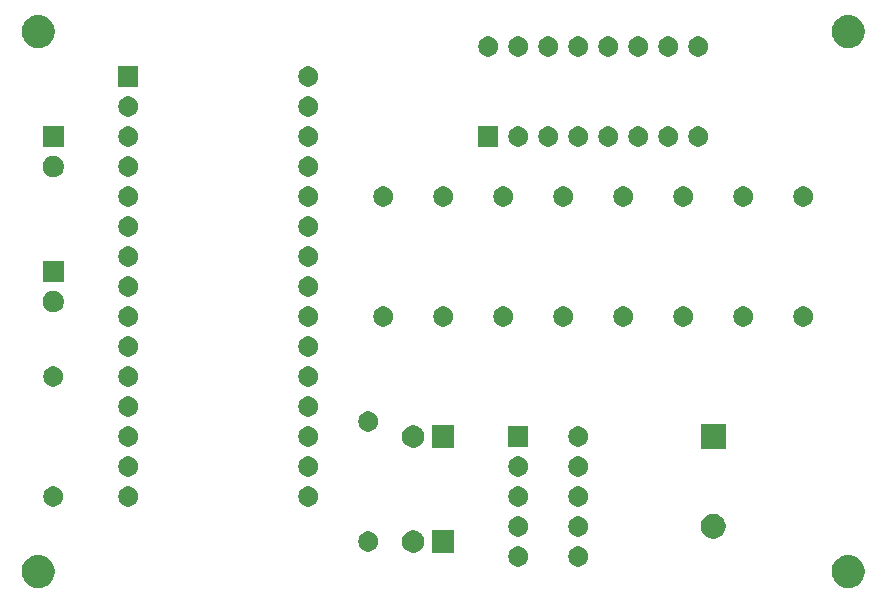
<source format=gbr>
G04 #@! TF.GenerationSoftware,KiCad,Pcbnew,(5.1.5)-3*
G04 #@! TF.CreationDate,2020-04-04T21:06:30+02:00*
G04 #@! TF.ProjectId,BuzzDuino,42757a7a-4475-4696-9e6f-2e6b69636164,rev?*
G04 #@! TF.SameCoordinates,Original*
G04 #@! TF.FileFunction,Soldermask,Top*
G04 #@! TF.FilePolarity,Negative*
%FSLAX46Y46*%
G04 Gerber Fmt 4.6, Leading zero omitted, Abs format (unit mm)*
G04 Created by KiCad (PCBNEW (5.1.5)-3) date 2020-04-04 21:06:30*
%MOMM*%
%LPD*%
G04 APERTURE LIST*
%ADD10C,0.100000*%
G04 APERTURE END LIST*
D10*
G36*
X169228433Y-120554893D02*
G01*
X169318657Y-120572839D01*
X169424267Y-120616585D01*
X169573621Y-120678449D01*
X169573622Y-120678450D01*
X169803086Y-120831772D01*
X169998228Y-121026914D01*
X170100675Y-121180237D01*
X170151551Y-121256379D01*
X170174182Y-121311015D01*
X170252877Y-121501000D01*
X170257161Y-121511344D01*
X170311000Y-121782012D01*
X170311000Y-122057988D01*
X170257161Y-122328656D01*
X170151551Y-122583621D01*
X170151550Y-122583622D01*
X169998228Y-122813086D01*
X169803086Y-123008228D01*
X169649763Y-123110675D01*
X169573621Y-123161551D01*
X169424267Y-123223415D01*
X169318657Y-123267161D01*
X169228433Y-123285107D01*
X169047988Y-123321000D01*
X168772012Y-123321000D01*
X168591567Y-123285107D01*
X168501343Y-123267161D01*
X168395733Y-123223415D01*
X168246379Y-123161551D01*
X168170237Y-123110675D01*
X168016914Y-123008228D01*
X167821772Y-122813086D01*
X167668450Y-122583622D01*
X167668449Y-122583621D01*
X167562839Y-122328656D01*
X167509000Y-122057988D01*
X167509000Y-121782012D01*
X167562839Y-121511344D01*
X167567124Y-121501000D01*
X167645818Y-121311015D01*
X167668449Y-121256379D01*
X167719325Y-121180237D01*
X167821772Y-121026914D01*
X168016914Y-120831772D01*
X168246378Y-120678450D01*
X168246379Y-120678449D01*
X168395733Y-120616585D01*
X168501343Y-120572839D01*
X168591567Y-120554893D01*
X168772012Y-120519000D01*
X169047988Y-120519000D01*
X169228433Y-120554893D01*
G37*
G36*
X100648433Y-120554893D02*
G01*
X100738657Y-120572839D01*
X100844267Y-120616585D01*
X100993621Y-120678449D01*
X100993622Y-120678450D01*
X101223086Y-120831772D01*
X101418228Y-121026914D01*
X101520675Y-121180237D01*
X101571551Y-121256379D01*
X101594182Y-121311015D01*
X101672877Y-121501000D01*
X101677161Y-121511344D01*
X101731000Y-121782012D01*
X101731000Y-122057988D01*
X101677161Y-122328656D01*
X101571551Y-122583621D01*
X101571550Y-122583622D01*
X101418228Y-122813086D01*
X101223086Y-123008228D01*
X101069763Y-123110675D01*
X100993621Y-123161551D01*
X100844267Y-123223415D01*
X100738657Y-123267161D01*
X100648433Y-123285107D01*
X100467988Y-123321000D01*
X100192012Y-123321000D01*
X100011567Y-123285107D01*
X99921343Y-123267161D01*
X99815733Y-123223415D01*
X99666379Y-123161551D01*
X99590237Y-123110675D01*
X99436914Y-123008228D01*
X99241772Y-122813086D01*
X99088450Y-122583622D01*
X99088449Y-122583621D01*
X98982839Y-122328656D01*
X98929000Y-122057988D01*
X98929000Y-121782012D01*
X98982839Y-121511344D01*
X98987124Y-121501000D01*
X99065818Y-121311015D01*
X99088449Y-121256379D01*
X99139325Y-121180237D01*
X99241772Y-121026914D01*
X99436914Y-120831772D01*
X99666378Y-120678450D01*
X99666379Y-120678449D01*
X99815733Y-120616585D01*
X99921343Y-120572839D01*
X100011567Y-120554893D01*
X100192012Y-120519000D01*
X100467988Y-120519000D01*
X100648433Y-120554893D01*
G37*
G36*
X141218228Y-119831703D02*
G01*
X141373100Y-119895853D01*
X141512481Y-119988985D01*
X141631015Y-120107519D01*
X141724147Y-120246900D01*
X141788297Y-120401772D01*
X141821000Y-120566184D01*
X141821000Y-120733816D01*
X141788297Y-120898228D01*
X141724147Y-121053100D01*
X141631015Y-121192481D01*
X141512481Y-121311015D01*
X141373100Y-121404147D01*
X141218228Y-121468297D01*
X141053816Y-121501000D01*
X140886184Y-121501000D01*
X140721772Y-121468297D01*
X140566900Y-121404147D01*
X140427519Y-121311015D01*
X140308985Y-121192481D01*
X140215853Y-121053100D01*
X140151703Y-120898228D01*
X140119000Y-120733816D01*
X140119000Y-120566184D01*
X140151703Y-120401772D01*
X140215853Y-120246900D01*
X140308985Y-120107519D01*
X140427519Y-119988985D01*
X140566900Y-119895853D01*
X140721772Y-119831703D01*
X140886184Y-119799000D01*
X141053816Y-119799000D01*
X141218228Y-119831703D01*
G37*
G36*
X146298228Y-119831703D02*
G01*
X146453100Y-119895853D01*
X146592481Y-119988985D01*
X146711015Y-120107519D01*
X146804147Y-120246900D01*
X146868297Y-120401772D01*
X146901000Y-120566184D01*
X146901000Y-120733816D01*
X146868297Y-120898228D01*
X146804147Y-121053100D01*
X146711015Y-121192481D01*
X146592481Y-121311015D01*
X146453100Y-121404147D01*
X146298228Y-121468297D01*
X146133816Y-121501000D01*
X145966184Y-121501000D01*
X145801772Y-121468297D01*
X145646900Y-121404147D01*
X145507519Y-121311015D01*
X145388985Y-121192481D01*
X145295853Y-121053100D01*
X145231703Y-120898228D01*
X145199000Y-120733816D01*
X145199000Y-120566184D01*
X145231703Y-120401772D01*
X145295853Y-120246900D01*
X145388985Y-120107519D01*
X145507519Y-119988985D01*
X145646900Y-119895853D01*
X145801772Y-119831703D01*
X145966184Y-119799000D01*
X146133816Y-119799000D01*
X146298228Y-119831703D01*
G37*
G36*
X132357395Y-118465546D02*
G01*
X132530466Y-118537234D01*
X132530467Y-118537235D01*
X132686227Y-118641310D01*
X132818690Y-118773773D01*
X132861284Y-118837520D01*
X132922766Y-118929534D01*
X132994454Y-119102605D01*
X133031000Y-119286333D01*
X133031000Y-119473667D01*
X132994454Y-119657395D01*
X132922766Y-119830466D01*
X132922765Y-119830467D01*
X132818690Y-119986227D01*
X132686227Y-120118690D01*
X132663092Y-120134148D01*
X132530466Y-120222766D01*
X132357395Y-120294454D01*
X132173667Y-120331000D01*
X131986333Y-120331000D01*
X131802605Y-120294454D01*
X131629534Y-120222766D01*
X131496908Y-120134148D01*
X131473773Y-120118690D01*
X131341310Y-119986227D01*
X131237235Y-119830467D01*
X131237234Y-119830466D01*
X131165546Y-119657395D01*
X131129000Y-119473667D01*
X131129000Y-119286333D01*
X131165546Y-119102605D01*
X131237234Y-118929534D01*
X131298716Y-118837520D01*
X131341310Y-118773773D01*
X131473773Y-118641310D01*
X131629533Y-118537235D01*
X131629534Y-118537234D01*
X131802605Y-118465546D01*
X131986333Y-118429000D01*
X132173667Y-118429000D01*
X132357395Y-118465546D01*
G37*
G36*
X135571000Y-120331000D02*
G01*
X133669000Y-120331000D01*
X133669000Y-118429000D01*
X135571000Y-118429000D01*
X135571000Y-120331000D01*
G37*
G36*
X128518228Y-118561703D02*
G01*
X128673100Y-118625853D01*
X128812481Y-118718985D01*
X128931015Y-118837519D01*
X129024147Y-118976900D01*
X129088297Y-119131772D01*
X129121000Y-119296184D01*
X129121000Y-119463816D01*
X129088297Y-119628228D01*
X129024147Y-119783100D01*
X128931015Y-119922481D01*
X128812481Y-120041015D01*
X128673100Y-120134147D01*
X128518228Y-120198297D01*
X128353816Y-120231000D01*
X128186184Y-120231000D01*
X128021772Y-120198297D01*
X127866900Y-120134147D01*
X127727519Y-120041015D01*
X127608985Y-119922481D01*
X127515853Y-119783100D01*
X127451703Y-119628228D01*
X127419000Y-119463816D01*
X127419000Y-119296184D01*
X127451703Y-119131772D01*
X127515853Y-118976900D01*
X127608985Y-118837519D01*
X127727519Y-118718985D01*
X127866900Y-118625853D01*
X128021772Y-118561703D01*
X128186184Y-118529000D01*
X128353816Y-118529000D01*
X128518228Y-118561703D01*
G37*
G36*
X157786564Y-117079389D02*
G01*
X157977833Y-117158615D01*
X157977835Y-117158616D01*
X158149973Y-117273635D01*
X158296365Y-117420027D01*
X158394917Y-117567520D01*
X158411385Y-117592167D01*
X158490611Y-117783436D01*
X158531000Y-117986484D01*
X158531000Y-118193516D01*
X158490611Y-118396564D01*
X158411385Y-118587833D01*
X158411384Y-118587835D01*
X158296365Y-118759973D01*
X158149973Y-118906365D01*
X157977835Y-119021384D01*
X157977834Y-119021385D01*
X157977833Y-119021385D01*
X157786564Y-119100611D01*
X157583516Y-119141000D01*
X157376484Y-119141000D01*
X157173436Y-119100611D01*
X156982167Y-119021385D01*
X156982166Y-119021385D01*
X156982165Y-119021384D01*
X156810027Y-118906365D01*
X156663635Y-118759973D01*
X156548616Y-118587835D01*
X156548615Y-118587833D01*
X156469389Y-118396564D01*
X156429000Y-118193516D01*
X156429000Y-117986484D01*
X156469389Y-117783436D01*
X156548615Y-117592167D01*
X156565084Y-117567520D01*
X156663635Y-117420027D01*
X156810027Y-117273635D01*
X156982165Y-117158616D01*
X156982167Y-117158615D01*
X157173436Y-117079389D01*
X157376484Y-117039000D01*
X157583516Y-117039000D01*
X157786564Y-117079389D01*
G37*
G36*
X141218228Y-117291703D02*
G01*
X141373100Y-117355853D01*
X141512481Y-117448985D01*
X141631015Y-117567519D01*
X141724147Y-117706900D01*
X141788297Y-117861772D01*
X141821000Y-118026184D01*
X141821000Y-118193816D01*
X141788297Y-118358228D01*
X141724147Y-118513100D01*
X141631015Y-118652481D01*
X141512481Y-118771015D01*
X141373100Y-118864147D01*
X141218228Y-118928297D01*
X141053816Y-118961000D01*
X140886184Y-118961000D01*
X140721772Y-118928297D01*
X140566900Y-118864147D01*
X140427519Y-118771015D01*
X140308985Y-118652481D01*
X140215853Y-118513100D01*
X140151703Y-118358228D01*
X140119000Y-118193816D01*
X140119000Y-118026184D01*
X140151703Y-117861772D01*
X140215853Y-117706900D01*
X140308985Y-117567519D01*
X140427519Y-117448985D01*
X140566900Y-117355853D01*
X140721772Y-117291703D01*
X140886184Y-117259000D01*
X141053816Y-117259000D01*
X141218228Y-117291703D01*
G37*
G36*
X146298228Y-117291703D02*
G01*
X146453100Y-117355853D01*
X146592481Y-117448985D01*
X146711015Y-117567519D01*
X146804147Y-117706900D01*
X146868297Y-117861772D01*
X146901000Y-118026184D01*
X146901000Y-118193816D01*
X146868297Y-118358228D01*
X146804147Y-118513100D01*
X146711015Y-118652481D01*
X146592481Y-118771015D01*
X146453100Y-118864147D01*
X146298228Y-118928297D01*
X146133816Y-118961000D01*
X145966184Y-118961000D01*
X145801772Y-118928297D01*
X145646900Y-118864147D01*
X145507519Y-118771015D01*
X145388985Y-118652481D01*
X145295853Y-118513100D01*
X145231703Y-118358228D01*
X145199000Y-118193816D01*
X145199000Y-118026184D01*
X145231703Y-117861772D01*
X145295853Y-117706900D01*
X145388985Y-117567519D01*
X145507519Y-117448985D01*
X145646900Y-117355853D01*
X145801772Y-117291703D01*
X145966184Y-117259000D01*
X146133816Y-117259000D01*
X146298228Y-117291703D01*
G37*
G36*
X101848228Y-114751703D02*
G01*
X102003100Y-114815853D01*
X102142481Y-114908985D01*
X102261015Y-115027519D01*
X102354147Y-115166900D01*
X102418297Y-115321772D01*
X102451000Y-115486184D01*
X102451000Y-115653816D01*
X102418297Y-115818228D01*
X102354147Y-115973100D01*
X102261015Y-116112481D01*
X102142481Y-116231015D01*
X102003100Y-116324147D01*
X101848228Y-116388297D01*
X101683816Y-116421000D01*
X101516184Y-116421000D01*
X101351772Y-116388297D01*
X101196900Y-116324147D01*
X101057519Y-116231015D01*
X100938985Y-116112481D01*
X100845853Y-115973100D01*
X100781703Y-115818228D01*
X100749000Y-115653816D01*
X100749000Y-115486184D01*
X100781703Y-115321772D01*
X100845853Y-115166900D01*
X100938985Y-115027519D01*
X101057519Y-114908985D01*
X101196900Y-114815853D01*
X101351772Y-114751703D01*
X101516184Y-114719000D01*
X101683816Y-114719000D01*
X101848228Y-114751703D01*
G37*
G36*
X123438228Y-114751703D02*
G01*
X123593100Y-114815853D01*
X123732481Y-114908985D01*
X123851015Y-115027519D01*
X123944147Y-115166900D01*
X124008297Y-115321772D01*
X124041000Y-115486184D01*
X124041000Y-115653816D01*
X124008297Y-115818228D01*
X123944147Y-115973100D01*
X123851015Y-116112481D01*
X123732481Y-116231015D01*
X123593100Y-116324147D01*
X123438228Y-116388297D01*
X123273816Y-116421000D01*
X123106184Y-116421000D01*
X122941772Y-116388297D01*
X122786900Y-116324147D01*
X122647519Y-116231015D01*
X122528985Y-116112481D01*
X122435853Y-115973100D01*
X122371703Y-115818228D01*
X122339000Y-115653816D01*
X122339000Y-115486184D01*
X122371703Y-115321772D01*
X122435853Y-115166900D01*
X122528985Y-115027519D01*
X122647519Y-114908985D01*
X122786900Y-114815853D01*
X122941772Y-114751703D01*
X123106184Y-114719000D01*
X123273816Y-114719000D01*
X123438228Y-114751703D01*
G37*
G36*
X108198228Y-114751703D02*
G01*
X108353100Y-114815853D01*
X108492481Y-114908985D01*
X108611015Y-115027519D01*
X108704147Y-115166900D01*
X108768297Y-115321772D01*
X108801000Y-115486184D01*
X108801000Y-115653816D01*
X108768297Y-115818228D01*
X108704147Y-115973100D01*
X108611015Y-116112481D01*
X108492481Y-116231015D01*
X108353100Y-116324147D01*
X108198228Y-116388297D01*
X108033816Y-116421000D01*
X107866184Y-116421000D01*
X107701772Y-116388297D01*
X107546900Y-116324147D01*
X107407519Y-116231015D01*
X107288985Y-116112481D01*
X107195853Y-115973100D01*
X107131703Y-115818228D01*
X107099000Y-115653816D01*
X107099000Y-115486184D01*
X107131703Y-115321772D01*
X107195853Y-115166900D01*
X107288985Y-115027519D01*
X107407519Y-114908985D01*
X107546900Y-114815853D01*
X107701772Y-114751703D01*
X107866184Y-114719000D01*
X108033816Y-114719000D01*
X108198228Y-114751703D01*
G37*
G36*
X146298228Y-114751703D02*
G01*
X146453100Y-114815853D01*
X146592481Y-114908985D01*
X146711015Y-115027519D01*
X146804147Y-115166900D01*
X146868297Y-115321772D01*
X146901000Y-115486184D01*
X146901000Y-115653816D01*
X146868297Y-115818228D01*
X146804147Y-115973100D01*
X146711015Y-116112481D01*
X146592481Y-116231015D01*
X146453100Y-116324147D01*
X146298228Y-116388297D01*
X146133816Y-116421000D01*
X145966184Y-116421000D01*
X145801772Y-116388297D01*
X145646900Y-116324147D01*
X145507519Y-116231015D01*
X145388985Y-116112481D01*
X145295853Y-115973100D01*
X145231703Y-115818228D01*
X145199000Y-115653816D01*
X145199000Y-115486184D01*
X145231703Y-115321772D01*
X145295853Y-115166900D01*
X145388985Y-115027519D01*
X145507519Y-114908985D01*
X145646900Y-114815853D01*
X145801772Y-114751703D01*
X145966184Y-114719000D01*
X146133816Y-114719000D01*
X146298228Y-114751703D01*
G37*
G36*
X141218228Y-114751703D02*
G01*
X141373100Y-114815853D01*
X141512481Y-114908985D01*
X141631015Y-115027519D01*
X141724147Y-115166900D01*
X141788297Y-115321772D01*
X141821000Y-115486184D01*
X141821000Y-115653816D01*
X141788297Y-115818228D01*
X141724147Y-115973100D01*
X141631015Y-116112481D01*
X141512481Y-116231015D01*
X141373100Y-116324147D01*
X141218228Y-116388297D01*
X141053816Y-116421000D01*
X140886184Y-116421000D01*
X140721772Y-116388297D01*
X140566900Y-116324147D01*
X140427519Y-116231015D01*
X140308985Y-116112481D01*
X140215853Y-115973100D01*
X140151703Y-115818228D01*
X140119000Y-115653816D01*
X140119000Y-115486184D01*
X140151703Y-115321772D01*
X140215853Y-115166900D01*
X140308985Y-115027519D01*
X140427519Y-114908985D01*
X140566900Y-114815853D01*
X140721772Y-114751703D01*
X140886184Y-114719000D01*
X141053816Y-114719000D01*
X141218228Y-114751703D01*
G37*
G36*
X108198228Y-112211703D02*
G01*
X108353100Y-112275853D01*
X108492481Y-112368985D01*
X108611015Y-112487519D01*
X108704147Y-112626900D01*
X108768297Y-112781772D01*
X108801000Y-112946184D01*
X108801000Y-113113816D01*
X108768297Y-113278228D01*
X108704147Y-113433100D01*
X108611015Y-113572481D01*
X108492481Y-113691015D01*
X108353100Y-113784147D01*
X108198228Y-113848297D01*
X108033816Y-113881000D01*
X107866184Y-113881000D01*
X107701772Y-113848297D01*
X107546900Y-113784147D01*
X107407519Y-113691015D01*
X107288985Y-113572481D01*
X107195853Y-113433100D01*
X107131703Y-113278228D01*
X107099000Y-113113816D01*
X107099000Y-112946184D01*
X107131703Y-112781772D01*
X107195853Y-112626900D01*
X107288985Y-112487519D01*
X107407519Y-112368985D01*
X107546900Y-112275853D01*
X107701772Y-112211703D01*
X107866184Y-112179000D01*
X108033816Y-112179000D01*
X108198228Y-112211703D01*
G37*
G36*
X123438228Y-112211703D02*
G01*
X123593100Y-112275853D01*
X123732481Y-112368985D01*
X123851015Y-112487519D01*
X123944147Y-112626900D01*
X124008297Y-112781772D01*
X124041000Y-112946184D01*
X124041000Y-113113816D01*
X124008297Y-113278228D01*
X123944147Y-113433100D01*
X123851015Y-113572481D01*
X123732481Y-113691015D01*
X123593100Y-113784147D01*
X123438228Y-113848297D01*
X123273816Y-113881000D01*
X123106184Y-113881000D01*
X122941772Y-113848297D01*
X122786900Y-113784147D01*
X122647519Y-113691015D01*
X122528985Y-113572481D01*
X122435853Y-113433100D01*
X122371703Y-113278228D01*
X122339000Y-113113816D01*
X122339000Y-112946184D01*
X122371703Y-112781772D01*
X122435853Y-112626900D01*
X122528985Y-112487519D01*
X122647519Y-112368985D01*
X122786900Y-112275853D01*
X122941772Y-112211703D01*
X123106184Y-112179000D01*
X123273816Y-112179000D01*
X123438228Y-112211703D01*
G37*
G36*
X146298228Y-112211703D02*
G01*
X146453100Y-112275853D01*
X146592481Y-112368985D01*
X146711015Y-112487519D01*
X146804147Y-112626900D01*
X146868297Y-112781772D01*
X146901000Y-112946184D01*
X146901000Y-113113816D01*
X146868297Y-113278228D01*
X146804147Y-113433100D01*
X146711015Y-113572481D01*
X146592481Y-113691015D01*
X146453100Y-113784147D01*
X146298228Y-113848297D01*
X146133816Y-113881000D01*
X145966184Y-113881000D01*
X145801772Y-113848297D01*
X145646900Y-113784147D01*
X145507519Y-113691015D01*
X145388985Y-113572481D01*
X145295853Y-113433100D01*
X145231703Y-113278228D01*
X145199000Y-113113816D01*
X145199000Y-112946184D01*
X145231703Y-112781772D01*
X145295853Y-112626900D01*
X145388985Y-112487519D01*
X145507519Y-112368985D01*
X145646900Y-112275853D01*
X145801772Y-112211703D01*
X145966184Y-112179000D01*
X146133816Y-112179000D01*
X146298228Y-112211703D01*
G37*
G36*
X141218228Y-112211703D02*
G01*
X141373100Y-112275853D01*
X141512481Y-112368985D01*
X141631015Y-112487519D01*
X141724147Y-112626900D01*
X141788297Y-112781772D01*
X141821000Y-112946184D01*
X141821000Y-113113816D01*
X141788297Y-113278228D01*
X141724147Y-113433100D01*
X141631015Y-113572481D01*
X141512481Y-113691015D01*
X141373100Y-113784147D01*
X141218228Y-113848297D01*
X141053816Y-113881000D01*
X140886184Y-113881000D01*
X140721772Y-113848297D01*
X140566900Y-113784147D01*
X140427519Y-113691015D01*
X140308985Y-113572481D01*
X140215853Y-113433100D01*
X140151703Y-113278228D01*
X140119000Y-113113816D01*
X140119000Y-112946184D01*
X140151703Y-112781772D01*
X140215853Y-112626900D01*
X140308985Y-112487519D01*
X140427519Y-112368985D01*
X140566900Y-112275853D01*
X140721772Y-112211703D01*
X140886184Y-112179000D01*
X141053816Y-112179000D01*
X141218228Y-112211703D01*
G37*
G36*
X158531000Y-111541000D02*
G01*
X156429000Y-111541000D01*
X156429000Y-109439000D01*
X158531000Y-109439000D01*
X158531000Y-111541000D01*
G37*
G36*
X132357395Y-109575546D02*
G01*
X132530466Y-109647234D01*
X132530467Y-109647235D01*
X132686227Y-109751310D01*
X132818690Y-109883773D01*
X132861284Y-109947520D01*
X132922766Y-110039534D01*
X132994454Y-110212605D01*
X133031000Y-110396333D01*
X133031000Y-110583667D01*
X132994454Y-110767395D01*
X132922766Y-110940466D01*
X132922765Y-110940467D01*
X132818690Y-111096227D01*
X132686227Y-111228690D01*
X132663092Y-111244148D01*
X132530466Y-111332766D01*
X132357395Y-111404454D01*
X132173667Y-111441000D01*
X131986333Y-111441000D01*
X131802605Y-111404454D01*
X131629534Y-111332766D01*
X131496908Y-111244148D01*
X131473773Y-111228690D01*
X131341310Y-111096227D01*
X131237235Y-110940467D01*
X131237234Y-110940466D01*
X131165546Y-110767395D01*
X131129000Y-110583667D01*
X131129000Y-110396333D01*
X131165546Y-110212605D01*
X131237234Y-110039534D01*
X131298716Y-109947520D01*
X131341310Y-109883773D01*
X131473773Y-109751310D01*
X131629533Y-109647235D01*
X131629534Y-109647234D01*
X131802605Y-109575546D01*
X131986333Y-109539000D01*
X132173667Y-109539000D01*
X132357395Y-109575546D01*
G37*
G36*
X135571000Y-111441000D02*
G01*
X133669000Y-111441000D01*
X133669000Y-109539000D01*
X135571000Y-109539000D01*
X135571000Y-111441000D01*
G37*
G36*
X123438228Y-109671703D02*
G01*
X123593100Y-109735853D01*
X123732481Y-109828985D01*
X123851015Y-109947519D01*
X123944147Y-110086900D01*
X124008297Y-110241772D01*
X124041000Y-110406184D01*
X124041000Y-110573816D01*
X124008297Y-110738228D01*
X123944147Y-110893100D01*
X123851015Y-111032481D01*
X123732481Y-111151015D01*
X123593100Y-111244147D01*
X123438228Y-111308297D01*
X123273816Y-111341000D01*
X123106184Y-111341000D01*
X122941772Y-111308297D01*
X122786900Y-111244147D01*
X122647519Y-111151015D01*
X122528985Y-111032481D01*
X122435853Y-110893100D01*
X122371703Y-110738228D01*
X122339000Y-110573816D01*
X122339000Y-110406184D01*
X122371703Y-110241772D01*
X122435853Y-110086900D01*
X122528985Y-109947519D01*
X122647519Y-109828985D01*
X122786900Y-109735853D01*
X122941772Y-109671703D01*
X123106184Y-109639000D01*
X123273816Y-109639000D01*
X123438228Y-109671703D01*
G37*
G36*
X146298228Y-109671703D02*
G01*
X146453100Y-109735853D01*
X146592481Y-109828985D01*
X146711015Y-109947519D01*
X146804147Y-110086900D01*
X146868297Y-110241772D01*
X146901000Y-110406184D01*
X146901000Y-110573816D01*
X146868297Y-110738228D01*
X146804147Y-110893100D01*
X146711015Y-111032481D01*
X146592481Y-111151015D01*
X146453100Y-111244147D01*
X146298228Y-111308297D01*
X146133816Y-111341000D01*
X145966184Y-111341000D01*
X145801772Y-111308297D01*
X145646900Y-111244147D01*
X145507519Y-111151015D01*
X145388985Y-111032481D01*
X145295853Y-110893100D01*
X145231703Y-110738228D01*
X145199000Y-110573816D01*
X145199000Y-110406184D01*
X145231703Y-110241772D01*
X145295853Y-110086900D01*
X145388985Y-109947519D01*
X145507519Y-109828985D01*
X145646900Y-109735853D01*
X145801772Y-109671703D01*
X145966184Y-109639000D01*
X146133816Y-109639000D01*
X146298228Y-109671703D01*
G37*
G36*
X108198228Y-109671703D02*
G01*
X108353100Y-109735853D01*
X108492481Y-109828985D01*
X108611015Y-109947519D01*
X108704147Y-110086900D01*
X108768297Y-110241772D01*
X108801000Y-110406184D01*
X108801000Y-110573816D01*
X108768297Y-110738228D01*
X108704147Y-110893100D01*
X108611015Y-111032481D01*
X108492481Y-111151015D01*
X108353100Y-111244147D01*
X108198228Y-111308297D01*
X108033816Y-111341000D01*
X107866184Y-111341000D01*
X107701772Y-111308297D01*
X107546900Y-111244147D01*
X107407519Y-111151015D01*
X107288985Y-111032481D01*
X107195853Y-110893100D01*
X107131703Y-110738228D01*
X107099000Y-110573816D01*
X107099000Y-110406184D01*
X107131703Y-110241772D01*
X107195853Y-110086900D01*
X107288985Y-109947519D01*
X107407519Y-109828985D01*
X107546900Y-109735853D01*
X107701772Y-109671703D01*
X107866184Y-109639000D01*
X108033816Y-109639000D01*
X108198228Y-109671703D01*
G37*
G36*
X141821000Y-111341000D02*
G01*
X140119000Y-111341000D01*
X140119000Y-109639000D01*
X141821000Y-109639000D01*
X141821000Y-111341000D01*
G37*
G36*
X128518228Y-108401703D02*
G01*
X128673100Y-108465853D01*
X128812481Y-108558985D01*
X128931015Y-108677519D01*
X129024147Y-108816900D01*
X129088297Y-108971772D01*
X129121000Y-109136184D01*
X129121000Y-109303816D01*
X129088297Y-109468228D01*
X129024147Y-109623100D01*
X128931015Y-109762481D01*
X128812481Y-109881015D01*
X128673100Y-109974147D01*
X128518228Y-110038297D01*
X128353816Y-110071000D01*
X128186184Y-110071000D01*
X128021772Y-110038297D01*
X127866900Y-109974147D01*
X127727519Y-109881015D01*
X127608985Y-109762481D01*
X127515853Y-109623100D01*
X127451703Y-109468228D01*
X127419000Y-109303816D01*
X127419000Y-109136184D01*
X127451703Y-108971772D01*
X127515853Y-108816900D01*
X127608985Y-108677519D01*
X127727519Y-108558985D01*
X127866900Y-108465853D01*
X128021772Y-108401703D01*
X128186184Y-108369000D01*
X128353816Y-108369000D01*
X128518228Y-108401703D01*
G37*
G36*
X108198228Y-107131703D02*
G01*
X108353100Y-107195853D01*
X108492481Y-107288985D01*
X108611015Y-107407519D01*
X108704147Y-107546900D01*
X108768297Y-107701772D01*
X108801000Y-107866184D01*
X108801000Y-108033816D01*
X108768297Y-108198228D01*
X108704147Y-108353100D01*
X108611015Y-108492481D01*
X108492481Y-108611015D01*
X108353100Y-108704147D01*
X108198228Y-108768297D01*
X108033816Y-108801000D01*
X107866184Y-108801000D01*
X107701772Y-108768297D01*
X107546900Y-108704147D01*
X107407519Y-108611015D01*
X107288985Y-108492481D01*
X107195853Y-108353100D01*
X107131703Y-108198228D01*
X107099000Y-108033816D01*
X107099000Y-107866184D01*
X107131703Y-107701772D01*
X107195853Y-107546900D01*
X107288985Y-107407519D01*
X107407519Y-107288985D01*
X107546900Y-107195853D01*
X107701772Y-107131703D01*
X107866184Y-107099000D01*
X108033816Y-107099000D01*
X108198228Y-107131703D01*
G37*
G36*
X123438228Y-107131703D02*
G01*
X123593100Y-107195853D01*
X123732481Y-107288985D01*
X123851015Y-107407519D01*
X123944147Y-107546900D01*
X124008297Y-107701772D01*
X124041000Y-107866184D01*
X124041000Y-108033816D01*
X124008297Y-108198228D01*
X123944147Y-108353100D01*
X123851015Y-108492481D01*
X123732481Y-108611015D01*
X123593100Y-108704147D01*
X123438228Y-108768297D01*
X123273816Y-108801000D01*
X123106184Y-108801000D01*
X122941772Y-108768297D01*
X122786900Y-108704147D01*
X122647519Y-108611015D01*
X122528985Y-108492481D01*
X122435853Y-108353100D01*
X122371703Y-108198228D01*
X122339000Y-108033816D01*
X122339000Y-107866184D01*
X122371703Y-107701772D01*
X122435853Y-107546900D01*
X122528985Y-107407519D01*
X122647519Y-107288985D01*
X122786900Y-107195853D01*
X122941772Y-107131703D01*
X123106184Y-107099000D01*
X123273816Y-107099000D01*
X123438228Y-107131703D01*
G37*
G36*
X123438228Y-104591703D02*
G01*
X123593100Y-104655853D01*
X123732481Y-104748985D01*
X123851015Y-104867519D01*
X123944147Y-105006900D01*
X124008297Y-105161772D01*
X124041000Y-105326184D01*
X124041000Y-105493816D01*
X124008297Y-105658228D01*
X123944147Y-105813100D01*
X123851015Y-105952481D01*
X123732481Y-106071015D01*
X123593100Y-106164147D01*
X123438228Y-106228297D01*
X123273816Y-106261000D01*
X123106184Y-106261000D01*
X122941772Y-106228297D01*
X122786900Y-106164147D01*
X122647519Y-106071015D01*
X122528985Y-105952481D01*
X122435853Y-105813100D01*
X122371703Y-105658228D01*
X122339000Y-105493816D01*
X122339000Y-105326184D01*
X122371703Y-105161772D01*
X122435853Y-105006900D01*
X122528985Y-104867519D01*
X122647519Y-104748985D01*
X122786900Y-104655853D01*
X122941772Y-104591703D01*
X123106184Y-104559000D01*
X123273816Y-104559000D01*
X123438228Y-104591703D01*
G37*
G36*
X108198228Y-104591703D02*
G01*
X108353100Y-104655853D01*
X108492481Y-104748985D01*
X108611015Y-104867519D01*
X108704147Y-105006900D01*
X108768297Y-105161772D01*
X108801000Y-105326184D01*
X108801000Y-105493816D01*
X108768297Y-105658228D01*
X108704147Y-105813100D01*
X108611015Y-105952481D01*
X108492481Y-106071015D01*
X108353100Y-106164147D01*
X108198228Y-106228297D01*
X108033816Y-106261000D01*
X107866184Y-106261000D01*
X107701772Y-106228297D01*
X107546900Y-106164147D01*
X107407519Y-106071015D01*
X107288985Y-105952481D01*
X107195853Y-105813100D01*
X107131703Y-105658228D01*
X107099000Y-105493816D01*
X107099000Y-105326184D01*
X107131703Y-105161772D01*
X107195853Y-105006900D01*
X107288985Y-104867519D01*
X107407519Y-104748985D01*
X107546900Y-104655853D01*
X107701772Y-104591703D01*
X107866184Y-104559000D01*
X108033816Y-104559000D01*
X108198228Y-104591703D01*
G37*
G36*
X101848228Y-104591703D02*
G01*
X102003100Y-104655853D01*
X102142481Y-104748985D01*
X102261015Y-104867519D01*
X102354147Y-105006900D01*
X102418297Y-105161772D01*
X102451000Y-105326184D01*
X102451000Y-105493816D01*
X102418297Y-105658228D01*
X102354147Y-105813100D01*
X102261015Y-105952481D01*
X102142481Y-106071015D01*
X102003100Y-106164147D01*
X101848228Y-106228297D01*
X101683816Y-106261000D01*
X101516184Y-106261000D01*
X101351772Y-106228297D01*
X101196900Y-106164147D01*
X101057519Y-106071015D01*
X100938985Y-105952481D01*
X100845853Y-105813100D01*
X100781703Y-105658228D01*
X100749000Y-105493816D01*
X100749000Y-105326184D01*
X100781703Y-105161772D01*
X100845853Y-105006900D01*
X100938985Y-104867519D01*
X101057519Y-104748985D01*
X101196900Y-104655853D01*
X101351772Y-104591703D01*
X101516184Y-104559000D01*
X101683816Y-104559000D01*
X101848228Y-104591703D01*
G37*
G36*
X108198228Y-102051703D02*
G01*
X108353100Y-102115853D01*
X108492481Y-102208985D01*
X108611015Y-102327519D01*
X108704147Y-102466900D01*
X108768297Y-102621772D01*
X108801000Y-102786184D01*
X108801000Y-102953816D01*
X108768297Y-103118228D01*
X108704147Y-103273100D01*
X108611015Y-103412481D01*
X108492481Y-103531015D01*
X108353100Y-103624147D01*
X108198228Y-103688297D01*
X108033816Y-103721000D01*
X107866184Y-103721000D01*
X107701772Y-103688297D01*
X107546900Y-103624147D01*
X107407519Y-103531015D01*
X107288985Y-103412481D01*
X107195853Y-103273100D01*
X107131703Y-103118228D01*
X107099000Y-102953816D01*
X107099000Y-102786184D01*
X107131703Y-102621772D01*
X107195853Y-102466900D01*
X107288985Y-102327519D01*
X107407519Y-102208985D01*
X107546900Y-102115853D01*
X107701772Y-102051703D01*
X107866184Y-102019000D01*
X108033816Y-102019000D01*
X108198228Y-102051703D01*
G37*
G36*
X123438228Y-102051703D02*
G01*
X123593100Y-102115853D01*
X123732481Y-102208985D01*
X123851015Y-102327519D01*
X123944147Y-102466900D01*
X124008297Y-102621772D01*
X124041000Y-102786184D01*
X124041000Y-102953816D01*
X124008297Y-103118228D01*
X123944147Y-103273100D01*
X123851015Y-103412481D01*
X123732481Y-103531015D01*
X123593100Y-103624147D01*
X123438228Y-103688297D01*
X123273816Y-103721000D01*
X123106184Y-103721000D01*
X122941772Y-103688297D01*
X122786900Y-103624147D01*
X122647519Y-103531015D01*
X122528985Y-103412481D01*
X122435853Y-103273100D01*
X122371703Y-103118228D01*
X122339000Y-102953816D01*
X122339000Y-102786184D01*
X122371703Y-102621772D01*
X122435853Y-102466900D01*
X122528985Y-102327519D01*
X122647519Y-102208985D01*
X122786900Y-102115853D01*
X122941772Y-102051703D01*
X123106184Y-102019000D01*
X123273816Y-102019000D01*
X123438228Y-102051703D01*
G37*
G36*
X150108228Y-99511703D02*
G01*
X150263100Y-99575853D01*
X150402481Y-99668985D01*
X150521015Y-99787519D01*
X150614147Y-99926900D01*
X150678297Y-100081772D01*
X150711000Y-100246184D01*
X150711000Y-100413816D01*
X150678297Y-100578228D01*
X150614147Y-100733100D01*
X150521015Y-100872481D01*
X150402481Y-100991015D01*
X150263100Y-101084147D01*
X150108228Y-101148297D01*
X149943816Y-101181000D01*
X149776184Y-101181000D01*
X149611772Y-101148297D01*
X149456900Y-101084147D01*
X149317519Y-100991015D01*
X149198985Y-100872481D01*
X149105853Y-100733100D01*
X149041703Y-100578228D01*
X149009000Y-100413816D01*
X149009000Y-100246184D01*
X149041703Y-100081772D01*
X149105853Y-99926900D01*
X149198985Y-99787519D01*
X149317519Y-99668985D01*
X149456900Y-99575853D01*
X149611772Y-99511703D01*
X149776184Y-99479000D01*
X149943816Y-99479000D01*
X150108228Y-99511703D01*
G37*
G36*
X165348228Y-99511703D02*
G01*
X165503100Y-99575853D01*
X165642481Y-99668985D01*
X165761015Y-99787519D01*
X165854147Y-99926900D01*
X165918297Y-100081772D01*
X165951000Y-100246184D01*
X165951000Y-100413816D01*
X165918297Y-100578228D01*
X165854147Y-100733100D01*
X165761015Y-100872481D01*
X165642481Y-100991015D01*
X165503100Y-101084147D01*
X165348228Y-101148297D01*
X165183816Y-101181000D01*
X165016184Y-101181000D01*
X164851772Y-101148297D01*
X164696900Y-101084147D01*
X164557519Y-100991015D01*
X164438985Y-100872481D01*
X164345853Y-100733100D01*
X164281703Y-100578228D01*
X164249000Y-100413816D01*
X164249000Y-100246184D01*
X164281703Y-100081772D01*
X164345853Y-99926900D01*
X164438985Y-99787519D01*
X164557519Y-99668985D01*
X164696900Y-99575853D01*
X164851772Y-99511703D01*
X165016184Y-99479000D01*
X165183816Y-99479000D01*
X165348228Y-99511703D01*
G37*
G36*
X123438228Y-99511703D02*
G01*
X123593100Y-99575853D01*
X123732481Y-99668985D01*
X123851015Y-99787519D01*
X123944147Y-99926900D01*
X124008297Y-100081772D01*
X124041000Y-100246184D01*
X124041000Y-100413816D01*
X124008297Y-100578228D01*
X123944147Y-100733100D01*
X123851015Y-100872481D01*
X123732481Y-100991015D01*
X123593100Y-101084147D01*
X123438228Y-101148297D01*
X123273816Y-101181000D01*
X123106184Y-101181000D01*
X122941772Y-101148297D01*
X122786900Y-101084147D01*
X122647519Y-100991015D01*
X122528985Y-100872481D01*
X122435853Y-100733100D01*
X122371703Y-100578228D01*
X122339000Y-100413816D01*
X122339000Y-100246184D01*
X122371703Y-100081772D01*
X122435853Y-99926900D01*
X122528985Y-99787519D01*
X122647519Y-99668985D01*
X122786900Y-99575853D01*
X122941772Y-99511703D01*
X123106184Y-99479000D01*
X123273816Y-99479000D01*
X123438228Y-99511703D01*
G37*
G36*
X160268228Y-99511703D02*
G01*
X160423100Y-99575853D01*
X160562481Y-99668985D01*
X160681015Y-99787519D01*
X160774147Y-99926900D01*
X160838297Y-100081772D01*
X160871000Y-100246184D01*
X160871000Y-100413816D01*
X160838297Y-100578228D01*
X160774147Y-100733100D01*
X160681015Y-100872481D01*
X160562481Y-100991015D01*
X160423100Y-101084147D01*
X160268228Y-101148297D01*
X160103816Y-101181000D01*
X159936184Y-101181000D01*
X159771772Y-101148297D01*
X159616900Y-101084147D01*
X159477519Y-100991015D01*
X159358985Y-100872481D01*
X159265853Y-100733100D01*
X159201703Y-100578228D01*
X159169000Y-100413816D01*
X159169000Y-100246184D01*
X159201703Y-100081772D01*
X159265853Y-99926900D01*
X159358985Y-99787519D01*
X159477519Y-99668985D01*
X159616900Y-99575853D01*
X159771772Y-99511703D01*
X159936184Y-99479000D01*
X160103816Y-99479000D01*
X160268228Y-99511703D01*
G37*
G36*
X108198228Y-99511703D02*
G01*
X108353100Y-99575853D01*
X108492481Y-99668985D01*
X108611015Y-99787519D01*
X108704147Y-99926900D01*
X108768297Y-100081772D01*
X108801000Y-100246184D01*
X108801000Y-100413816D01*
X108768297Y-100578228D01*
X108704147Y-100733100D01*
X108611015Y-100872481D01*
X108492481Y-100991015D01*
X108353100Y-101084147D01*
X108198228Y-101148297D01*
X108033816Y-101181000D01*
X107866184Y-101181000D01*
X107701772Y-101148297D01*
X107546900Y-101084147D01*
X107407519Y-100991015D01*
X107288985Y-100872481D01*
X107195853Y-100733100D01*
X107131703Y-100578228D01*
X107099000Y-100413816D01*
X107099000Y-100246184D01*
X107131703Y-100081772D01*
X107195853Y-99926900D01*
X107288985Y-99787519D01*
X107407519Y-99668985D01*
X107546900Y-99575853D01*
X107701772Y-99511703D01*
X107866184Y-99479000D01*
X108033816Y-99479000D01*
X108198228Y-99511703D01*
G37*
G36*
X129788228Y-99511703D02*
G01*
X129943100Y-99575853D01*
X130082481Y-99668985D01*
X130201015Y-99787519D01*
X130294147Y-99926900D01*
X130358297Y-100081772D01*
X130391000Y-100246184D01*
X130391000Y-100413816D01*
X130358297Y-100578228D01*
X130294147Y-100733100D01*
X130201015Y-100872481D01*
X130082481Y-100991015D01*
X129943100Y-101084147D01*
X129788228Y-101148297D01*
X129623816Y-101181000D01*
X129456184Y-101181000D01*
X129291772Y-101148297D01*
X129136900Y-101084147D01*
X128997519Y-100991015D01*
X128878985Y-100872481D01*
X128785853Y-100733100D01*
X128721703Y-100578228D01*
X128689000Y-100413816D01*
X128689000Y-100246184D01*
X128721703Y-100081772D01*
X128785853Y-99926900D01*
X128878985Y-99787519D01*
X128997519Y-99668985D01*
X129136900Y-99575853D01*
X129291772Y-99511703D01*
X129456184Y-99479000D01*
X129623816Y-99479000D01*
X129788228Y-99511703D01*
G37*
G36*
X134868228Y-99511703D02*
G01*
X135023100Y-99575853D01*
X135162481Y-99668985D01*
X135281015Y-99787519D01*
X135374147Y-99926900D01*
X135438297Y-100081772D01*
X135471000Y-100246184D01*
X135471000Y-100413816D01*
X135438297Y-100578228D01*
X135374147Y-100733100D01*
X135281015Y-100872481D01*
X135162481Y-100991015D01*
X135023100Y-101084147D01*
X134868228Y-101148297D01*
X134703816Y-101181000D01*
X134536184Y-101181000D01*
X134371772Y-101148297D01*
X134216900Y-101084147D01*
X134077519Y-100991015D01*
X133958985Y-100872481D01*
X133865853Y-100733100D01*
X133801703Y-100578228D01*
X133769000Y-100413816D01*
X133769000Y-100246184D01*
X133801703Y-100081772D01*
X133865853Y-99926900D01*
X133958985Y-99787519D01*
X134077519Y-99668985D01*
X134216900Y-99575853D01*
X134371772Y-99511703D01*
X134536184Y-99479000D01*
X134703816Y-99479000D01*
X134868228Y-99511703D01*
G37*
G36*
X139948228Y-99511703D02*
G01*
X140103100Y-99575853D01*
X140242481Y-99668985D01*
X140361015Y-99787519D01*
X140454147Y-99926900D01*
X140518297Y-100081772D01*
X140551000Y-100246184D01*
X140551000Y-100413816D01*
X140518297Y-100578228D01*
X140454147Y-100733100D01*
X140361015Y-100872481D01*
X140242481Y-100991015D01*
X140103100Y-101084147D01*
X139948228Y-101148297D01*
X139783816Y-101181000D01*
X139616184Y-101181000D01*
X139451772Y-101148297D01*
X139296900Y-101084147D01*
X139157519Y-100991015D01*
X139038985Y-100872481D01*
X138945853Y-100733100D01*
X138881703Y-100578228D01*
X138849000Y-100413816D01*
X138849000Y-100246184D01*
X138881703Y-100081772D01*
X138945853Y-99926900D01*
X139038985Y-99787519D01*
X139157519Y-99668985D01*
X139296900Y-99575853D01*
X139451772Y-99511703D01*
X139616184Y-99479000D01*
X139783816Y-99479000D01*
X139948228Y-99511703D01*
G37*
G36*
X145028228Y-99511703D02*
G01*
X145183100Y-99575853D01*
X145322481Y-99668985D01*
X145441015Y-99787519D01*
X145534147Y-99926900D01*
X145598297Y-100081772D01*
X145631000Y-100246184D01*
X145631000Y-100413816D01*
X145598297Y-100578228D01*
X145534147Y-100733100D01*
X145441015Y-100872481D01*
X145322481Y-100991015D01*
X145183100Y-101084147D01*
X145028228Y-101148297D01*
X144863816Y-101181000D01*
X144696184Y-101181000D01*
X144531772Y-101148297D01*
X144376900Y-101084147D01*
X144237519Y-100991015D01*
X144118985Y-100872481D01*
X144025853Y-100733100D01*
X143961703Y-100578228D01*
X143929000Y-100413816D01*
X143929000Y-100246184D01*
X143961703Y-100081772D01*
X144025853Y-99926900D01*
X144118985Y-99787519D01*
X144237519Y-99668985D01*
X144376900Y-99575853D01*
X144531772Y-99511703D01*
X144696184Y-99479000D01*
X144863816Y-99479000D01*
X145028228Y-99511703D01*
G37*
G36*
X155188228Y-99511703D02*
G01*
X155343100Y-99575853D01*
X155482481Y-99668985D01*
X155601015Y-99787519D01*
X155694147Y-99926900D01*
X155758297Y-100081772D01*
X155791000Y-100246184D01*
X155791000Y-100413816D01*
X155758297Y-100578228D01*
X155694147Y-100733100D01*
X155601015Y-100872481D01*
X155482481Y-100991015D01*
X155343100Y-101084147D01*
X155188228Y-101148297D01*
X155023816Y-101181000D01*
X154856184Y-101181000D01*
X154691772Y-101148297D01*
X154536900Y-101084147D01*
X154397519Y-100991015D01*
X154278985Y-100872481D01*
X154185853Y-100733100D01*
X154121703Y-100578228D01*
X154089000Y-100413816D01*
X154089000Y-100246184D01*
X154121703Y-100081772D01*
X154185853Y-99926900D01*
X154278985Y-99787519D01*
X154397519Y-99668985D01*
X154536900Y-99575853D01*
X154691772Y-99511703D01*
X154856184Y-99479000D01*
X155023816Y-99479000D01*
X155188228Y-99511703D01*
G37*
G36*
X101713512Y-98163927D02*
G01*
X101862812Y-98193624D01*
X102026784Y-98261544D01*
X102174354Y-98360147D01*
X102299853Y-98485646D01*
X102398456Y-98633216D01*
X102466376Y-98797188D01*
X102501000Y-98971259D01*
X102501000Y-99148741D01*
X102466376Y-99322812D01*
X102398456Y-99486784D01*
X102299853Y-99634354D01*
X102174354Y-99759853D01*
X102026784Y-99858456D01*
X101862812Y-99926376D01*
X101713512Y-99956073D01*
X101688742Y-99961000D01*
X101511258Y-99961000D01*
X101486488Y-99956073D01*
X101337188Y-99926376D01*
X101173216Y-99858456D01*
X101025646Y-99759853D01*
X100900147Y-99634354D01*
X100801544Y-99486784D01*
X100733624Y-99322812D01*
X100699000Y-99148741D01*
X100699000Y-98971259D01*
X100733624Y-98797188D01*
X100801544Y-98633216D01*
X100900147Y-98485646D01*
X101025646Y-98360147D01*
X101173216Y-98261544D01*
X101337188Y-98193624D01*
X101486488Y-98163927D01*
X101511258Y-98159000D01*
X101688742Y-98159000D01*
X101713512Y-98163927D01*
G37*
G36*
X108198228Y-96971703D02*
G01*
X108353100Y-97035853D01*
X108492481Y-97128985D01*
X108611015Y-97247519D01*
X108704147Y-97386900D01*
X108768297Y-97541772D01*
X108801000Y-97706184D01*
X108801000Y-97873816D01*
X108768297Y-98038228D01*
X108704147Y-98193100D01*
X108611015Y-98332481D01*
X108492481Y-98451015D01*
X108353100Y-98544147D01*
X108198228Y-98608297D01*
X108033816Y-98641000D01*
X107866184Y-98641000D01*
X107701772Y-98608297D01*
X107546900Y-98544147D01*
X107407519Y-98451015D01*
X107288985Y-98332481D01*
X107195853Y-98193100D01*
X107131703Y-98038228D01*
X107099000Y-97873816D01*
X107099000Y-97706184D01*
X107131703Y-97541772D01*
X107195853Y-97386900D01*
X107288985Y-97247519D01*
X107407519Y-97128985D01*
X107546900Y-97035853D01*
X107701772Y-96971703D01*
X107866184Y-96939000D01*
X108033816Y-96939000D01*
X108198228Y-96971703D01*
G37*
G36*
X123438228Y-96971703D02*
G01*
X123593100Y-97035853D01*
X123732481Y-97128985D01*
X123851015Y-97247519D01*
X123944147Y-97386900D01*
X124008297Y-97541772D01*
X124041000Y-97706184D01*
X124041000Y-97873816D01*
X124008297Y-98038228D01*
X123944147Y-98193100D01*
X123851015Y-98332481D01*
X123732481Y-98451015D01*
X123593100Y-98544147D01*
X123438228Y-98608297D01*
X123273816Y-98641000D01*
X123106184Y-98641000D01*
X122941772Y-98608297D01*
X122786900Y-98544147D01*
X122647519Y-98451015D01*
X122528985Y-98332481D01*
X122435853Y-98193100D01*
X122371703Y-98038228D01*
X122339000Y-97873816D01*
X122339000Y-97706184D01*
X122371703Y-97541772D01*
X122435853Y-97386900D01*
X122528985Y-97247519D01*
X122647519Y-97128985D01*
X122786900Y-97035853D01*
X122941772Y-96971703D01*
X123106184Y-96939000D01*
X123273816Y-96939000D01*
X123438228Y-96971703D01*
G37*
G36*
X102501000Y-97421000D02*
G01*
X100699000Y-97421000D01*
X100699000Y-95619000D01*
X102501000Y-95619000D01*
X102501000Y-97421000D01*
G37*
G36*
X123438228Y-94431703D02*
G01*
X123593100Y-94495853D01*
X123732481Y-94588985D01*
X123851015Y-94707519D01*
X123944147Y-94846900D01*
X124008297Y-95001772D01*
X124041000Y-95166184D01*
X124041000Y-95333816D01*
X124008297Y-95498228D01*
X123944147Y-95653100D01*
X123851015Y-95792481D01*
X123732481Y-95911015D01*
X123593100Y-96004147D01*
X123438228Y-96068297D01*
X123273816Y-96101000D01*
X123106184Y-96101000D01*
X122941772Y-96068297D01*
X122786900Y-96004147D01*
X122647519Y-95911015D01*
X122528985Y-95792481D01*
X122435853Y-95653100D01*
X122371703Y-95498228D01*
X122339000Y-95333816D01*
X122339000Y-95166184D01*
X122371703Y-95001772D01*
X122435853Y-94846900D01*
X122528985Y-94707519D01*
X122647519Y-94588985D01*
X122786900Y-94495853D01*
X122941772Y-94431703D01*
X123106184Y-94399000D01*
X123273816Y-94399000D01*
X123438228Y-94431703D01*
G37*
G36*
X108198228Y-94431703D02*
G01*
X108353100Y-94495853D01*
X108492481Y-94588985D01*
X108611015Y-94707519D01*
X108704147Y-94846900D01*
X108768297Y-95001772D01*
X108801000Y-95166184D01*
X108801000Y-95333816D01*
X108768297Y-95498228D01*
X108704147Y-95653100D01*
X108611015Y-95792481D01*
X108492481Y-95911015D01*
X108353100Y-96004147D01*
X108198228Y-96068297D01*
X108033816Y-96101000D01*
X107866184Y-96101000D01*
X107701772Y-96068297D01*
X107546900Y-96004147D01*
X107407519Y-95911015D01*
X107288985Y-95792481D01*
X107195853Y-95653100D01*
X107131703Y-95498228D01*
X107099000Y-95333816D01*
X107099000Y-95166184D01*
X107131703Y-95001772D01*
X107195853Y-94846900D01*
X107288985Y-94707519D01*
X107407519Y-94588985D01*
X107546900Y-94495853D01*
X107701772Y-94431703D01*
X107866184Y-94399000D01*
X108033816Y-94399000D01*
X108198228Y-94431703D01*
G37*
G36*
X123438228Y-91891703D02*
G01*
X123593100Y-91955853D01*
X123732481Y-92048985D01*
X123851015Y-92167519D01*
X123944147Y-92306900D01*
X124008297Y-92461772D01*
X124041000Y-92626184D01*
X124041000Y-92793816D01*
X124008297Y-92958228D01*
X123944147Y-93113100D01*
X123851015Y-93252481D01*
X123732481Y-93371015D01*
X123593100Y-93464147D01*
X123438228Y-93528297D01*
X123273816Y-93561000D01*
X123106184Y-93561000D01*
X122941772Y-93528297D01*
X122786900Y-93464147D01*
X122647519Y-93371015D01*
X122528985Y-93252481D01*
X122435853Y-93113100D01*
X122371703Y-92958228D01*
X122339000Y-92793816D01*
X122339000Y-92626184D01*
X122371703Y-92461772D01*
X122435853Y-92306900D01*
X122528985Y-92167519D01*
X122647519Y-92048985D01*
X122786900Y-91955853D01*
X122941772Y-91891703D01*
X123106184Y-91859000D01*
X123273816Y-91859000D01*
X123438228Y-91891703D01*
G37*
G36*
X108198228Y-91891703D02*
G01*
X108353100Y-91955853D01*
X108492481Y-92048985D01*
X108611015Y-92167519D01*
X108704147Y-92306900D01*
X108768297Y-92461772D01*
X108801000Y-92626184D01*
X108801000Y-92793816D01*
X108768297Y-92958228D01*
X108704147Y-93113100D01*
X108611015Y-93252481D01*
X108492481Y-93371015D01*
X108353100Y-93464147D01*
X108198228Y-93528297D01*
X108033816Y-93561000D01*
X107866184Y-93561000D01*
X107701772Y-93528297D01*
X107546900Y-93464147D01*
X107407519Y-93371015D01*
X107288985Y-93252481D01*
X107195853Y-93113100D01*
X107131703Y-92958228D01*
X107099000Y-92793816D01*
X107099000Y-92626184D01*
X107131703Y-92461772D01*
X107195853Y-92306900D01*
X107288985Y-92167519D01*
X107407519Y-92048985D01*
X107546900Y-91955853D01*
X107701772Y-91891703D01*
X107866184Y-91859000D01*
X108033816Y-91859000D01*
X108198228Y-91891703D01*
G37*
G36*
X139948228Y-89351703D02*
G01*
X140103100Y-89415853D01*
X140242481Y-89508985D01*
X140361015Y-89627519D01*
X140454147Y-89766900D01*
X140518297Y-89921772D01*
X140551000Y-90086184D01*
X140551000Y-90253816D01*
X140518297Y-90418228D01*
X140454147Y-90573100D01*
X140361015Y-90712481D01*
X140242481Y-90831015D01*
X140103100Y-90924147D01*
X139948228Y-90988297D01*
X139783816Y-91021000D01*
X139616184Y-91021000D01*
X139451772Y-90988297D01*
X139296900Y-90924147D01*
X139157519Y-90831015D01*
X139038985Y-90712481D01*
X138945853Y-90573100D01*
X138881703Y-90418228D01*
X138849000Y-90253816D01*
X138849000Y-90086184D01*
X138881703Y-89921772D01*
X138945853Y-89766900D01*
X139038985Y-89627519D01*
X139157519Y-89508985D01*
X139296900Y-89415853D01*
X139451772Y-89351703D01*
X139616184Y-89319000D01*
X139783816Y-89319000D01*
X139948228Y-89351703D01*
G37*
G36*
X155188228Y-89351703D02*
G01*
X155343100Y-89415853D01*
X155482481Y-89508985D01*
X155601015Y-89627519D01*
X155694147Y-89766900D01*
X155758297Y-89921772D01*
X155791000Y-90086184D01*
X155791000Y-90253816D01*
X155758297Y-90418228D01*
X155694147Y-90573100D01*
X155601015Y-90712481D01*
X155482481Y-90831015D01*
X155343100Y-90924147D01*
X155188228Y-90988297D01*
X155023816Y-91021000D01*
X154856184Y-91021000D01*
X154691772Y-90988297D01*
X154536900Y-90924147D01*
X154397519Y-90831015D01*
X154278985Y-90712481D01*
X154185853Y-90573100D01*
X154121703Y-90418228D01*
X154089000Y-90253816D01*
X154089000Y-90086184D01*
X154121703Y-89921772D01*
X154185853Y-89766900D01*
X154278985Y-89627519D01*
X154397519Y-89508985D01*
X154536900Y-89415853D01*
X154691772Y-89351703D01*
X154856184Y-89319000D01*
X155023816Y-89319000D01*
X155188228Y-89351703D01*
G37*
G36*
X150108228Y-89351703D02*
G01*
X150263100Y-89415853D01*
X150402481Y-89508985D01*
X150521015Y-89627519D01*
X150614147Y-89766900D01*
X150678297Y-89921772D01*
X150711000Y-90086184D01*
X150711000Y-90253816D01*
X150678297Y-90418228D01*
X150614147Y-90573100D01*
X150521015Y-90712481D01*
X150402481Y-90831015D01*
X150263100Y-90924147D01*
X150108228Y-90988297D01*
X149943816Y-91021000D01*
X149776184Y-91021000D01*
X149611772Y-90988297D01*
X149456900Y-90924147D01*
X149317519Y-90831015D01*
X149198985Y-90712481D01*
X149105853Y-90573100D01*
X149041703Y-90418228D01*
X149009000Y-90253816D01*
X149009000Y-90086184D01*
X149041703Y-89921772D01*
X149105853Y-89766900D01*
X149198985Y-89627519D01*
X149317519Y-89508985D01*
X149456900Y-89415853D01*
X149611772Y-89351703D01*
X149776184Y-89319000D01*
X149943816Y-89319000D01*
X150108228Y-89351703D01*
G37*
G36*
X145028228Y-89351703D02*
G01*
X145183100Y-89415853D01*
X145322481Y-89508985D01*
X145441015Y-89627519D01*
X145534147Y-89766900D01*
X145598297Y-89921772D01*
X145631000Y-90086184D01*
X145631000Y-90253816D01*
X145598297Y-90418228D01*
X145534147Y-90573100D01*
X145441015Y-90712481D01*
X145322481Y-90831015D01*
X145183100Y-90924147D01*
X145028228Y-90988297D01*
X144863816Y-91021000D01*
X144696184Y-91021000D01*
X144531772Y-90988297D01*
X144376900Y-90924147D01*
X144237519Y-90831015D01*
X144118985Y-90712481D01*
X144025853Y-90573100D01*
X143961703Y-90418228D01*
X143929000Y-90253816D01*
X143929000Y-90086184D01*
X143961703Y-89921772D01*
X144025853Y-89766900D01*
X144118985Y-89627519D01*
X144237519Y-89508985D01*
X144376900Y-89415853D01*
X144531772Y-89351703D01*
X144696184Y-89319000D01*
X144863816Y-89319000D01*
X145028228Y-89351703D01*
G37*
G36*
X160268228Y-89351703D02*
G01*
X160423100Y-89415853D01*
X160562481Y-89508985D01*
X160681015Y-89627519D01*
X160774147Y-89766900D01*
X160838297Y-89921772D01*
X160871000Y-90086184D01*
X160871000Y-90253816D01*
X160838297Y-90418228D01*
X160774147Y-90573100D01*
X160681015Y-90712481D01*
X160562481Y-90831015D01*
X160423100Y-90924147D01*
X160268228Y-90988297D01*
X160103816Y-91021000D01*
X159936184Y-91021000D01*
X159771772Y-90988297D01*
X159616900Y-90924147D01*
X159477519Y-90831015D01*
X159358985Y-90712481D01*
X159265853Y-90573100D01*
X159201703Y-90418228D01*
X159169000Y-90253816D01*
X159169000Y-90086184D01*
X159201703Y-89921772D01*
X159265853Y-89766900D01*
X159358985Y-89627519D01*
X159477519Y-89508985D01*
X159616900Y-89415853D01*
X159771772Y-89351703D01*
X159936184Y-89319000D01*
X160103816Y-89319000D01*
X160268228Y-89351703D01*
G37*
G36*
X165348228Y-89351703D02*
G01*
X165503100Y-89415853D01*
X165642481Y-89508985D01*
X165761015Y-89627519D01*
X165854147Y-89766900D01*
X165918297Y-89921772D01*
X165951000Y-90086184D01*
X165951000Y-90253816D01*
X165918297Y-90418228D01*
X165854147Y-90573100D01*
X165761015Y-90712481D01*
X165642481Y-90831015D01*
X165503100Y-90924147D01*
X165348228Y-90988297D01*
X165183816Y-91021000D01*
X165016184Y-91021000D01*
X164851772Y-90988297D01*
X164696900Y-90924147D01*
X164557519Y-90831015D01*
X164438985Y-90712481D01*
X164345853Y-90573100D01*
X164281703Y-90418228D01*
X164249000Y-90253816D01*
X164249000Y-90086184D01*
X164281703Y-89921772D01*
X164345853Y-89766900D01*
X164438985Y-89627519D01*
X164557519Y-89508985D01*
X164696900Y-89415853D01*
X164851772Y-89351703D01*
X165016184Y-89319000D01*
X165183816Y-89319000D01*
X165348228Y-89351703D01*
G37*
G36*
X123438228Y-89351703D02*
G01*
X123593100Y-89415853D01*
X123732481Y-89508985D01*
X123851015Y-89627519D01*
X123944147Y-89766900D01*
X124008297Y-89921772D01*
X124041000Y-90086184D01*
X124041000Y-90253816D01*
X124008297Y-90418228D01*
X123944147Y-90573100D01*
X123851015Y-90712481D01*
X123732481Y-90831015D01*
X123593100Y-90924147D01*
X123438228Y-90988297D01*
X123273816Y-91021000D01*
X123106184Y-91021000D01*
X122941772Y-90988297D01*
X122786900Y-90924147D01*
X122647519Y-90831015D01*
X122528985Y-90712481D01*
X122435853Y-90573100D01*
X122371703Y-90418228D01*
X122339000Y-90253816D01*
X122339000Y-90086184D01*
X122371703Y-89921772D01*
X122435853Y-89766900D01*
X122528985Y-89627519D01*
X122647519Y-89508985D01*
X122786900Y-89415853D01*
X122941772Y-89351703D01*
X123106184Y-89319000D01*
X123273816Y-89319000D01*
X123438228Y-89351703D01*
G37*
G36*
X108198228Y-89351703D02*
G01*
X108353100Y-89415853D01*
X108492481Y-89508985D01*
X108611015Y-89627519D01*
X108704147Y-89766900D01*
X108768297Y-89921772D01*
X108801000Y-90086184D01*
X108801000Y-90253816D01*
X108768297Y-90418228D01*
X108704147Y-90573100D01*
X108611015Y-90712481D01*
X108492481Y-90831015D01*
X108353100Y-90924147D01*
X108198228Y-90988297D01*
X108033816Y-91021000D01*
X107866184Y-91021000D01*
X107701772Y-90988297D01*
X107546900Y-90924147D01*
X107407519Y-90831015D01*
X107288985Y-90712481D01*
X107195853Y-90573100D01*
X107131703Y-90418228D01*
X107099000Y-90253816D01*
X107099000Y-90086184D01*
X107131703Y-89921772D01*
X107195853Y-89766900D01*
X107288985Y-89627519D01*
X107407519Y-89508985D01*
X107546900Y-89415853D01*
X107701772Y-89351703D01*
X107866184Y-89319000D01*
X108033816Y-89319000D01*
X108198228Y-89351703D01*
G37*
G36*
X134868228Y-89351703D02*
G01*
X135023100Y-89415853D01*
X135162481Y-89508985D01*
X135281015Y-89627519D01*
X135374147Y-89766900D01*
X135438297Y-89921772D01*
X135471000Y-90086184D01*
X135471000Y-90253816D01*
X135438297Y-90418228D01*
X135374147Y-90573100D01*
X135281015Y-90712481D01*
X135162481Y-90831015D01*
X135023100Y-90924147D01*
X134868228Y-90988297D01*
X134703816Y-91021000D01*
X134536184Y-91021000D01*
X134371772Y-90988297D01*
X134216900Y-90924147D01*
X134077519Y-90831015D01*
X133958985Y-90712481D01*
X133865853Y-90573100D01*
X133801703Y-90418228D01*
X133769000Y-90253816D01*
X133769000Y-90086184D01*
X133801703Y-89921772D01*
X133865853Y-89766900D01*
X133958985Y-89627519D01*
X134077519Y-89508985D01*
X134216900Y-89415853D01*
X134371772Y-89351703D01*
X134536184Y-89319000D01*
X134703816Y-89319000D01*
X134868228Y-89351703D01*
G37*
G36*
X129788228Y-89351703D02*
G01*
X129943100Y-89415853D01*
X130082481Y-89508985D01*
X130201015Y-89627519D01*
X130294147Y-89766900D01*
X130358297Y-89921772D01*
X130391000Y-90086184D01*
X130391000Y-90253816D01*
X130358297Y-90418228D01*
X130294147Y-90573100D01*
X130201015Y-90712481D01*
X130082481Y-90831015D01*
X129943100Y-90924147D01*
X129788228Y-90988297D01*
X129623816Y-91021000D01*
X129456184Y-91021000D01*
X129291772Y-90988297D01*
X129136900Y-90924147D01*
X128997519Y-90831015D01*
X128878985Y-90712481D01*
X128785853Y-90573100D01*
X128721703Y-90418228D01*
X128689000Y-90253816D01*
X128689000Y-90086184D01*
X128721703Y-89921772D01*
X128785853Y-89766900D01*
X128878985Y-89627519D01*
X128997519Y-89508985D01*
X129136900Y-89415853D01*
X129291772Y-89351703D01*
X129456184Y-89319000D01*
X129623816Y-89319000D01*
X129788228Y-89351703D01*
G37*
G36*
X101713512Y-86733927D02*
G01*
X101862812Y-86763624D01*
X102026784Y-86831544D01*
X102174354Y-86930147D01*
X102299853Y-87055646D01*
X102398456Y-87203216D01*
X102466376Y-87367188D01*
X102501000Y-87541259D01*
X102501000Y-87718741D01*
X102466376Y-87892812D01*
X102398456Y-88056784D01*
X102299853Y-88204354D01*
X102174354Y-88329853D01*
X102026784Y-88428456D01*
X101862812Y-88496376D01*
X101713512Y-88526073D01*
X101688742Y-88531000D01*
X101511258Y-88531000D01*
X101486488Y-88526073D01*
X101337188Y-88496376D01*
X101173216Y-88428456D01*
X101025646Y-88329853D01*
X100900147Y-88204354D01*
X100801544Y-88056784D01*
X100733624Y-87892812D01*
X100699000Y-87718741D01*
X100699000Y-87541259D01*
X100733624Y-87367188D01*
X100801544Y-87203216D01*
X100900147Y-87055646D01*
X101025646Y-86930147D01*
X101173216Y-86831544D01*
X101337188Y-86763624D01*
X101486488Y-86733927D01*
X101511258Y-86729000D01*
X101688742Y-86729000D01*
X101713512Y-86733927D01*
G37*
G36*
X123438228Y-86811703D02*
G01*
X123593100Y-86875853D01*
X123732481Y-86968985D01*
X123851015Y-87087519D01*
X123944147Y-87226900D01*
X124008297Y-87381772D01*
X124041000Y-87546184D01*
X124041000Y-87713816D01*
X124008297Y-87878228D01*
X123944147Y-88033100D01*
X123851015Y-88172481D01*
X123732481Y-88291015D01*
X123593100Y-88384147D01*
X123438228Y-88448297D01*
X123273816Y-88481000D01*
X123106184Y-88481000D01*
X122941772Y-88448297D01*
X122786900Y-88384147D01*
X122647519Y-88291015D01*
X122528985Y-88172481D01*
X122435853Y-88033100D01*
X122371703Y-87878228D01*
X122339000Y-87713816D01*
X122339000Y-87546184D01*
X122371703Y-87381772D01*
X122435853Y-87226900D01*
X122528985Y-87087519D01*
X122647519Y-86968985D01*
X122786900Y-86875853D01*
X122941772Y-86811703D01*
X123106184Y-86779000D01*
X123273816Y-86779000D01*
X123438228Y-86811703D01*
G37*
G36*
X108198228Y-86811703D02*
G01*
X108353100Y-86875853D01*
X108492481Y-86968985D01*
X108611015Y-87087519D01*
X108704147Y-87226900D01*
X108768297Y-87381772D01*
X108801000Y-87546184D01*
X108801000Y-87713816D01*
X108768297Y-87878228D01*
X108704147Y-88033100D01*
X108611015Y-88172481D01*
X108492481Y-88291015D01*
X108353100Y-88384147D01*
X108198228Y-88448297D01*
X108033816Y-88481000D01*
X107866184Y-88481000D01*
X107701772Y-88448297D01*
X107546900Y-88384147D01*
X107407519Y-88291015D01*
X107288985Y-88172481D01*
X107195853Y-88033100D01*
X107131703Y-87878228D01*
X107099000Y-87713816D01*
X107099000Y-87546184D01*
X107131703Y-87381772D01*
X107195853Y-87226900D01*
X107288985Y-87087519D01*
X107407519Y-86968985D01*
X107546900Y-86875853D01*
X107701772Y-86811703D01*
X107866184Y-86779000D01*
X108033816Y-86779000D01*
X108198228Y-86811703D01*
G37*
G36*
X102501000Y-85991000D02*
G01*
X100699000Y-85991000D01*
X100699000Y-84189000D01*
X102501000Y-84189000D01*
X102501000Y-85991000D01*
G37*
G36*
X151378228Y-84271703D02*
G01*
X151533100Y-84335853D01*
X151672481Y-84428985D01*
X151791015Y-84547519D01*
X151884147Y-84686900D01*
X151948297Y-84841772D01*
X151981000Y-85006184D01*
X151981000Y-85173816D01*
X151948297Y-85338228D01*
X151884147Y-85493100D01*
X151791015Y-85632481D01*
X151672481Y-85751015D01*
X151533100Y-85844147D01*
X151378228Y-85908297D01*
X151213816Y-85941000D01*
X151046184Y-85941000D01*
X150881772Y-85908297D01*
X150726900Y-85844147D01*
X150587519Y-85751015D01*
X150468985Y-85632481D01*
X150375853Y-85493100D01*
X150311703Y-85338228D01*
X150279000Y-85173816D01*
X150279000Y-85006184D01*
X150311703Y-84841772D01*
X150375853Y-84686900D01*
X150468985Y-84547519D01*
X150587519Y-84428985D01*
X150726900Y-84335853D01*
X150881772Y-84271703D01*
X151046184Y-84239000D01*
X151213816Y-84239000D01*
X151378228Y-84271703D01*
G37*
G36*
X123438228Y-84271703D02*
G01*
X123593100Y-84335853D01*
X123732481Y-84428985D01*
X123851015Y-84547519D01*
X123944147Y-84686900D01*
X124008297Y-84841772D01*
X124041000Y-85006184D01*
X124041000Y-85173816D01*
X124008297Y-85338228D01*
X123944147Y-85493100D01*
X123851015Y-85632481D01*
X123732481Y-85751015D01*
X123593100Y-85844147D01*
X123438228Y-85908297D01*
X123273816Y-85941000D01*
X123106184Y-85941000D01*
X122941772Y-85908297D01*
X122786900Y-85844147D01*
X122647519Y-85751015D01*
X122528985Y-85632481D01*
X122435853Y-85493100D01*
X122371703Y-85338228D01*
X122339000Y-85173816D01*
X122339000Y-85006184D01*
X122371703Y-84841772D01*
X122435853Y-84686900D01*
X122528985Y-84547519D01*
X122647519Y-84428985D01*
X122786900Y-84335853D01*
X122941772Y-84271703D01*
X123106184Y-84239000D01*
X123273816Y-84239000D01*
X123438228Y-84271703D01*
G37*
G36*
X139281000Y-85941000D02*
G01*
X137579000Y-85941000D01*
X137579000Y-84239000D01*
X139281000Y-84239000D01*
X139281000Y-85941000D01*
G37*
G36*
X156458228Y-84271703D02*
G01*
X156613100Y-84335853D01*
X156752481Y-84428985D01*
X156871015Y-84547519D01*
X156964147Y-84686900D01*
X157028297Y-84841772D01*
X157061000Y-85006184D01*
X157061000Y-85173816D01*
X157028297Y-85338228D01*
X156964147Y-85493100D01*
X156871015Y-85632481D01*
X156752481Y-85751015D01*
X156613100Y-85844147D01*
X156458228Y-85908297D01*
X156293816Y-85941000D01*
X156126184Y-85941000D01*
X155961772Y-85908297D01*
X155806900Y-85844147D01*
X155667519Y-85751015D01*
X155548985Y-85632481D01*
X155455853Y-85493100D01*
X155391703Y-85338228D01*
X155359000Y-85173816D01*
X155359000Y-85006184D01*
X155391703Y-84841772D01*
X155455853Y-84686900D01*
X155548985Y-84547519D01*
X155667519Y-84428985D01*
X155806900Y-84335853D01*
X155961772Y-84271703D01*
X156126184Y-84239000D01*
X156293816Y-84239000D01*
X156458228Y-84271703D01*
G37*
G36*
X153918228Y-84271703D02*
G01*
X154073100Y-84335853D01*
X154212481Y-84428985D01*
X154331015Y-84547519D01*
X154424147Y-84686900D01*
X154488297Y-84841772D01*
X154521000Y-85006184D01*
X154521000Y-85173816D01*
X154488297Y-85338228D01*
X154424147Y-85493100D01*
X154331015Y-85632481D01*
X154212481Y-85751015D01*
X154073100Y-85844147D01*
X153918228Y-85908297D01*
X153753816Y-85941000D01*
X153586184Y-85941000D01*
X153421772Y-85908297D01*
X153266900Y-85844147D01*
X153127519Y-85751015D01*
X153008985Y-85632481D01*
X152915853Y-85493100D01*
X152851703Y-85338228D01*
X152819000Y-85173816D01*
X152819000Y-85006184D01*
X152851703Y-84841772D01*
X152915853Y-84686900D01*
X153008985Y-84547519D01*
X153127519Y-84428985D01*
X153266900Y-84335853D01*
X153421772Y-84271703D01*
X153586184Y-84239000D01*
X153753816Y-84239000D01*
X153918228Y-84271703D01*
G37*
G36*
X108198228Y-84271703D02*
G01*
X108353100Y-84335853D01*
X108492481Y-84428985D01*
X108611015Y-84547519D01*
X108704147Y-84686900D01*
X108768297Y-84841772D01*
X108801000Y-85006184D01*
X108801000Y-85173816D01*
X108768297Y-85338228D01*
X108704147Y-85493100D01*
X108611015Y-85632481D01*
X108492481Y-85751015D01*
X108353100Y-85844147D01*
X108198228Y-85908297D01*
X108033816Y-85941000D01*
X107866184Y-85941000D01*
X107701772Y-85908297D01*
X107546900Y-85844147D01*
X107407519Y-85751015D01*
X107288985Y-85632481D01*
X107195853Y-85493100D01*
X107131703Y-85338228D01*
X107099000Y-85173816D01*
X107099000Y-85006184D01*
X107131703Y-84841772D01*
X107195853Y-84686900D01*
X107288985Y-84547519D01*
X107407519Y-84428985D01*
X107546900Y-84335853D01*
X107701772Y-84271703D01*
X107866184Y-84239000D01*
X108033816Y-84239000D01*
X108198228Y-84271703D01*
G37*
G36*
X148838228Y-84271703D02*
G01*
X148993100Y-84335853D01*
X149132481Y-84428985D01*
X149251015Y-84547519D01*
X149344147Y-84686900D01*
X149408297Y-84841772D01*
X149441000Y-85006184D01*
X149441000Y-85173816D01*
X149408297Y-85338228D01*
X149344147Y-85493100D01*
X149251015Y-85632481D01*
X149132481Y-85751015D01*
X148993100Y-85844147D01*
X148838228Y-85908297D01*
X148673816Y-85941000D01*
X148506184Y-85941000D01*
X148341772Y-85908297D01*
X148186900Y-85844147D01*
X148047519Y-85751015D01*
X147928985Y-85632481D01*
X147835853Y-85493100D01*
X147771703Y-85338228D01*
X147739000Y-85173816D01*
X147739000Y-85006184D01*
X147771703Y-84841772D01*
X147835853Y-84686900D01*
X147928985Y-84547519D01*
X148047519Y-84428985D01*
X148186900Y-84335853D01*
X148341772Y-84271703D01*
X148506184Y-84239000D01*
X148673816Y-84239000D01*
X148838228Y-84271703D01*
G37*
G36*
X146298228Y-84271703D02*
G01*
X146453100Y-84335853D01*
X146592481Y-84428985D01*
X146711015Y-84547519D01*
X146804147Y-84686900D01*
X146868297Y-84841772D01*
X146901000Y-85006184D01*
X146901000Y-85173816D01*
X146868297Y-85338228D01*
X146804147Y-85493100D01*
X146711015Y-85632481D01*
X146592481Y-85751015D01*
X146453100Y-85844147D01*
X146298228Y-85908297D01*
X146133816Y-85941000D01*
X145966184Y-85941000D01*
X145801772Y-85908297D01*
X145646900Y-85844147D01*
X145507519Y-85751015D01*
X145388985Y-85632481D01*
X145295853Y-85493100D01*
X145231703Y-85338228D01*
X145199000Y-85173816D01*
X145199000Y-85006184D01*
X145231703Y-84841772D01*
X145295853Y-84686900D01*
X145388985Y-84547519D01*
X145507519Y-84428985D01*
X145646900Y-84335853D01*
X145801772Y-84271703D01*
X145966184Y-84239000D01*
X146133816Y-84239000D01*
X146298228Y-84271703D01*
G37*
G36*
X143758228Y-84271703D02*
G01*
X143913100Y-84335853D01*
X144052481Y-84428985D01*
X144171015Y-84547519D01*
X144264147Y-84686900D01*
X144328297Y-84841772D01*
X144361000Y-85006184D01*
X144361000Y-85173816D01*
X144328297Y-85338228D01*
X144264147Y-85493100D01*
X144171015Y-85632481D01*
X144052481Y-85751015D01*
X143913100Y-85844147D01*
X143758228Y-85908297D01*
X143593816Y-85941000D01*
X143426184Y-85941000D01*
X143261772Y-85908297D01*
X143106900Y-85844147D01*
X142967519Y-85751015D01*
X142848985Y-85632481D01*
X142755853Y-85493100D01*
X142691703Y-85338228D01*
X142659000Y-85173816D01*
X142659000Y-85006184D01*
X142691703Y-84841772D01*
X142755853Y-84686900D01*
X142848985Y-84547519D01*
X142967519Y-84428985D01*
X143106900Y-84335853D01*
X143261772Y-84271703D01*
X143426184Y-84239000D01*
X143593816Y-84239000D01*
X143758228Y-84271703D01*
G37*
G36*
X141218228Y-84271703D02*
G01*
X141373100Y-84335853D01*
X141512481Y-84428985D01*
X141631015Y-84547519D01*
X141724147Y-84686900D01*
X141788297Y-84841772D01*
X141821000Y-85006184D01*
X141821000Y-85173816D01*
X141788297Y-85338228D01*
X141724147Y-85493100D01*
X141631015Y-85632481D01*
X141512481Y-85751015D01*
X141373100Y-85844147D01*
X141218228Y-85908297D01*
X141053816Y-85941000D01*
X140886184Y-85941000D01*
X140721772Y-85908297D01*
X140566900Y-85844147D01*
X140427519Y-85751015D01*
X140308985Y-85632481D01*
X140215853Y-85493100D01*
X140151703Y-85338228D01*
X140119000Y-85173816D01*
X140119000Y-85006184D01*
X140151703Y-84841772D01*
X140215853Y-84686900D01*
X140308985Y-84547519D01*
X140427519Y-84428985D01*
X140566900Y-84335853D01*
X140721772Y-84271703D01*
X140886184Y-84239000D01*
X141053816Y-84239000D01*
X141218228Y-84271703D01*
G37*
G36*
X108198228Y-81731703D02*
G01*
X108353100Y-81795853D01*
X108492481Y-81888985D01*
X108611015Y-82007519D01*
X108704147Y-82146900D01*
X108768297Y-82301772D01*
X108801000Y-82466184D01*
X108801000Y-82633816D01*
X108768297Y-82798228D01*
X108704147Y-82953100D01*
X108611015Y-83092481D01*
X108492481Y-83211015D01*
X108353100Y-83304147D01*
X108198228Y-83368297D01*
X108033816Y-83401000D01*
X107866184Y-83401000D01*
X107701772Y-83368297D01*
X107546900Y-83304147D01*
X107407519Y-83211015D01*
X107288985Y-83092481D01*
X107195853Y-82953100D01*
X107131703Y-82798228D01*
X107099000Y-82633816D01*
X107099000Y-82466184D01*
X107131703Y-82301772D01*
X107195853Y-82146900D01*
X107288985Y-82007519D01*
X107407519Y-81888985D01*
X107546900Y-81795853D01*
X107701772Y-81731703D01*
X107866184Y-81699000D01*
X108033816Y-81699000D01*
X108198228Y-81731703D01*
G37*
G36*
X123438228Y-81731703D02*
G01*
X123593100Y-81795853D01*
X123732481Y-81888985D01*
X123851015Y-82007519D01*
X123944147Y-82146900D01*
X124008297Y-82301772D01*
X124041000Y-82466184D01*
X124041000Y-82633816D01*
X124008297Y-82798228D01*
X123944147Y-82953100D01*
X123851015Y-83092481D01*
X123732481Y-83211015D01*
X123593100Y-83304147D01*
X123438228Y-83368297D01*
X123273816Y-83401000D01*
X123106184Y-83401000D01*
X122941772Y-83368297D01*
X122786900Y-83304147D01*
X122647519Y-83211015D01*
X122528985Y-83092481D01*
X122435853Y-82953100D01*
X122371703Y-82798228D01*
X122339000Y-82633816D01*
X122339000Y-82466184D01*
X122371703Y-82301772D01*
X122435853Y-82146900D01*
X122528985Y-82007519D01*
X122647519Y-81888985D01*
X122786900Y-81795853D01*
X122941772Y-81731703D01*
X123106184Y-81699000D01*
X123273816Y-81699000D01*
X123438228Y-81731703D01*
G37*
G36*
X123438228Y-79191703D02*
G01*
X123593100Y-79255853D01*
X123732481Y-79348985D01*
X123851015Y-79467519D01*
X123944147Y-79606900D01*
X124008297Y-79761772D01*
X124041000Y-79926184D01*
X124041000Y-80093816D01*
X124008297Y-80258228D01*
X123944147Y-80413100D01*
X123851015Y-80552481D01*
X123732481Y-80671015D01*
X123593100Y-80764147D01*
X123438228Y-80828297D01*
X123273816Y-80861000D01*
X123106184Y-80861000D01*
X122941772Y-80828297D01*
X122786900Y-80764147D01*
X122647519Y-80671015D01*
X122528985Y-80552481D01*
X122435853Y-80413100D01*
X122371703Y-80258228D01*
X122339000Y-80093816D01*
X122339000Y-79926184D01*
X122371703Y-79761772D01*
X122435853Y-79606900D01*
X122528985Y-79467519D01*
X122647519Y-79348985D01*
X122786900Y-79255853D01*
X122941772Y-79191703D01*
X123106184Y-79159000D01*
X123273816Y-79159000D01*
X123438228Y-79191703D01*
G37*
G36*
X108801000Y-80861000D02*
G01*
X107099000Y-80861000D01*
X107099000Y-79159000D01*
X108801000Y-79159000D01*
X108801000Y-80861000D01*
G37*
G36*
X138678228Y-76651703D02*
G01*
X138833100Y-76715853D01*
X138972481Y-76808985D01*
X139091015Y-76927519D01*
X139184147Y-77066900D01*
X139248297Y-77221772D01*
X139281000Y-77386184D01*
X139281000Y-77553816D01*
X139248297Y-77718228D01*
X139184147Y-77873100D01*
X139091015Y-78012481D01*
X138972481Y-78131015D01*
X138833100Y-78224147D01*
X138678228Y-78288297D01*
X138513816Y-78321000D01*
X138346184Y-78321000D01*
X138181772Y-78288297D01*
X138026900Y-78224147D01*
X137887519Y-78131015D01*
X137768985Y-78012481D01*
X137675853Y-77873100D01*
X137611703Y-77718228D01*
X137579000Y-77553816D01*
X137579000Y-77386184D01*
X137611703Y-77221772D01*
X137675853Y-77066900D01*
X137768985Y-76927519D01*
X137887519Y-76808985D01*
X138026900Y-76715853D01*
X138181772Y-76651703D01*
X138346184Y-76619000D01*
X138513816Y-76619000D01*
X138678228Y-76651703D01*
G37*
G36*
X141218228Y-76651703D02*
G01*
X141373100Y-76715853D01*
X141512481Y-76808985D01*
X141631015Y-76927519D01*
X141724147Y-77066900D01*
X141788297Y-77221772D01*
X141821000Y-77386184D01*
X141821000Y-77553816D01*
X141788297Y-77718228D01*
X141724147Y-77873100D01*
X141631015Y-78012481D01*
X141512481Y-78131015D01*
X141373100Y-78224147D01*
X141218228Y-78288297D01*
X141053816Y-78321000D01*
X140886184Y-78321000D01*
X140721772Y-78288297D01*
X140566900Y-78224147D01*
X140427519Y-78131015D01*
X140308985Y-78012481D01*
X140215853Y-77873100D01*
X140151703Y-77718228D01*
X140119000Y-77553816D01*
X140119000Y-77386184D01*
X140151703Y-77221772D01*
X140215853Y-77066900D01*
X140308985Y-76927519D01*
X140427519Y-76808985D01*
X140566900Y-76715853D01*
X140721772Y-76651703D01*
X140886184Y-76619000D01*
X141053816Y-76619000D01*
X141218228Y-76651703D01*
G37*
G36*
X143758228Y-76651703D02*
G01*
X143913100Y-76715853D01*
X144052481Y-76808985D01*
X144171015Y-76927519D01*
X144264147Y-77066900D01*
X144328297Y-77221772D01*
X144361000Y-77386184D01*
X144361000Y-77553816D01*
X144328297Y-77718228D01*
X144264147Y-77873100D01*
X144171015Y-78012481D01*
X144052481Y-78131015D01*
X143913100Y-78224147D01*
X143758228Y-78288297D01*
X143593816Y-78321000D01*
X143426184Y-78321000D01*
X143261772Y-78288297D01*
X143106900Y-78224147D01*
X142967519Y-78131015D01*
X142848985Y-78012481D01*
X142755853Y-77873100D01*
X142691703Y-77718228D01*
X142659000Y-77553816D01*
X142659000Y-77386184D01*
X142691703Y-77221772D01*
X142755853Y-77066900D01*
X142848985Y-76927519D01*
X142967519Y-76808985D01*
X143106900Y-76715853D01*
X143261772Y-76651703D01*
X143426184Y-76619000D01*
X143593816Y-76619000D01*
X143758228Y-76651703D01*
G37*
G36*
X146298228Y-76651703D02*
G01*
X146453100Y-76715853D01*
X146592481Y-76808985D01*
X146711015Y-76927519D01*
X146804147Y-77066900D01*
X146868297Y-77221772D01*
X146901000Y-77386184D01*
X146901000Y-77553816D01*
X146868297Y-77718228D01*
X146804147Y-77873100D01*
X146711015Y-78012481D01*
X146592481Y-78131015D01*
X146453100Y-78224147D01*
X146298228Y-78288297D01*
X146133816Y-78321000D01*
X145966184Y-78321000D01*
X145801772Y-78288297D01*
X145646900Y-78224147D01*
X145507519Y-78131015D01*
X145388985Y-78012481D01*
X145295853Y-77873100D01*
X145231703Y-77718228D01*
X145199000Y-77553816D01*
X145199000Y-77386184D01*
X145231703Y-77221772D01*
X145295853Y-77066900D01*
X145388985Y-76927519D01*
X145507519Y-76808985D01*
X145646900Y-76715853D01*
X145801772Y-76651703D01*
X145966184Y-76619000D01*
X146133816Y-76619000D01*
X146298228Y-76651703D01*
G37*
G36*
X148838228Y-76651703D02*
G01*
X148993100Y-76715853D01*
X149132481Y-76808985D01*
X149251015Y-76927519D01*
X149344147Y-77066900D01*
X149408297Y-77221772D01*
X149441000Y-77386184D01*
X149441000Y-77553816D01*
X149408297Y-77718228D01*
X149344147Y-77873100D01*
X149251015Y-78012481D01*
X149132481Y-78131015D01*
X148993100Y-78224147D01*
X148838228Y-78288297D01*
X148673816Y-78321000D01*
X148506184Y-78321000D01*
X148341772Y-78288297D01*
X148186900Y-78224147D01*
X148047519Y-78131015D01*
X147928985Y-78012481D01*
X147835853Y-77873100D01*
X147771703Y-77718228D01*
X147739000Y-77553816D01*
X147739000Y-77386184D01*
X147771703Y-77221772D01*
X147835853Y-77066900D01*
X147928985Y-76927519D01*
X148047519Y-76808985D01*
X148186900Y-76715853D01*
X148341772Y-76651703D01*
X148506184Y-76619000D01*
X148673816Y-76619000D01*
X148838228Y-76651703D01*
G37*
G36*
X151378228Y-76651703D02*
G01*
X151533100Y-76715853D01*
X151672481Y-76808985D01*
X151791015Y-76927519D01*
X151884147Y-77066900D01*
X151948297Y-77221772D01*
X151981000Y-77386184D01*
X151981000Y-77553816D01*
X151948297Y-77718228D01*
X151884147Y-77873100D01*
X151791015Y-78012481D01*
X151672481Y-78131015D01*
X151533100Y-78224147D01*
X151378228Y-78288297D01*
X151213816Y-78321000D01*
X151046184Y-78321000D01*
X150881772Y-78288297D01*
X150726900Y-78224147D01*
X150587519Y-78131015D01*
X150468985Y-78012481D01*
X150375853Y-77873100D01*
X150311703Y-77718228D01*
X150279000Y-77553816D01*
X150279000Y-77386184D01*
X150311703Y-77221772D01*
X150375853Y-77066900D01*
X150468985Y-76927519D01*
X150587519Y-76808985D01*
X150726900Y-76715853D01*
X150881772Y-76651703D01*
X151046184Y-76619000D01*
X151213816Y-76619000D01*
X151378228Y-76651703D01*
G37*
G36*
X153918228Y-76651703D02*
G01*
X154073100Y-76715853D01*
X154212481Y-76808985D01*
X154331015Y-76927519D01*
X154424147Y-77066900D01*
X154488297Y-77221772D01*
X154521000Y-77386184D01*
X154521000Y-77553816D01*
X154488297Y-77718228D01*
X154424147Y-77873100D01*
X154331015Y-78012481D01*
X154212481Y-78131015D01*
X154073100Y-78224147D01*
X153918228Y-78288297D01*
X153753816Y-78321000D01*
X153586184Y-78321000D01*
X153421772Y-78288297D01*
X153266900Y-78224147D01*
X153127519Y-78131015D01*
X153008985Y-78012481D01*
X152915853Y-77873100D01*
X152851703Y-77718228D01*
X152819000Y-77553816D01*
X152819000Y-77386184D01*
X152851703Y-77221772D01*
X152915853Y-77066900D01*
X153008985Y-76927519D01*
X153127519Y-76808985D01*
X153266900Y-76715853D01*
X153421772Y-76651703D01*
X153586184Y-76619000D01*
X153753816Y-76619000D01*
X153918228Y-76651703D01*
G37*
G36*
X156458228Y-76651703D02*
G01*
X156613100Y-76715853D01*
X156752481Y-76808985D01*
X156871015Y-76927519D01*
X156964147Y-77066900D01*
X157028297Y-77221772D01*
X157061000Y-77386184D01*
X157061000Y-77553816D01*
X157028297Y-77718228D01*
X156964147Y-77873100D01*
X156871015Y-78012481D01*
X156752481Y-78131015D01*
X156613100Y-78224147D01*
X156458228Y-78288297D01*
X156293816Y-78321000D01*
X156126184Y-78321000D01*
X155961772Y-78288297D01*
X155806900Y-78224147D01*
X155667519Y-78131015D01*
X155548985Y-78012481D01*
X155455853Y-77873100D01*
X155391703Y-77718228D01*
X155359000Y-77553816D01*
X155359000Y-77386184D01*
X155391703Y-77221772D01*
X155455853Y-77066900D01*
X155548985Y-76927519D01*
X155667519Y-76808985D01*
X155806900Y-76715853D01*
X155961772Y-76651703D01*
X156126184Y-76619000D01*
X156293816Y-76619000D01*
X156458228Y-76651703D01*
G37*
G36*
X100648433Y-74834893D02*
G01*
X100738657Y-74852839D01*
X100844267Y-74896585D01*
X100993621Y-74958449D01*
X100993622Y-74958450D01*
X101223086Y-75111772D01*
X101418228Y-75306914D01*
X101520675Y-75460237D01*
X101571551Y-75536379D01*
X101633415Y-75685733D01*
X101677161Y-75791343D01*
X101731000Y-76062014D01*
X101731000Y-76337986D01*
X101677161Y-76608657D01*
X101659330Y-76651705D01*
X101571551Y-76863621D01*
X101571550Y-76863622D01*
X101418228Y-77093086D01*
X101223086Y-77288228D01*
X101076484Y-77386184D01*
X100993621Y-77441551D01*
X100844267Y-77503415D01*
X100738657Y-77547161D01*
X100648433Y-77565107D01*
X100467988Y-77601000D01*
X100192012Y-77601000D01*
X100011567Y-77565107D01*
X99921343Y-77547161D01*
X99815733Y-77503415D01*
X99666379Y-77441551D01*
X99583516Y-77386184D01*
X99436914Y-77288228D01*
X99241772Y-77093086D01*
X99088450Y-76863622D01*
X99088449Y-76863621D01*
X99000670Y-76651705D01*
X98982839Y-76608657D01*
X98929000Y-76337986D01*
X98929000Y-76062014D01*
X98982839Y-75791343D01*
X99026585Y-75685733D01*
X99088449Y-75536379D01*
X99139325Y-75460237D01*
X99241772Y-75306914D01*
X99436914Y-75111772D01*
X99666378Y-74958450D01*
X99666379Y-74958449D01*
X99815733Y-74896585D01*
X99921343Y-74852839D01*
X100011567Y-74834893D01*
X100192012Y-74799000D01*
X100467988Y-74799000D01*
X100648433Y-74834893D01*
G37*
G36*
X169228433Y-74834893D02*
G01*
X169318657Y-74852839D01*
X169424267Y-74896585D01*
X169573621Y-74958449D01*
X169573622Y-74958450D01*
X169803086Y-75111772D01*
X169998228Y-75306914D01*
X170100675Y-75460237D01*
X170151551Y-75536379D01*
X170213415Y-75685733D01*
X170257161Y-75791343D01*
X170311000Y-76062014D01*
X170311000Y-76337986D01*
X170257161Y-76608657D01*
X170239330Y-76651705D01*
X170151551Y-76863621D01*
X170151550Y-76863622D01*
X169998228Y-77093086D01*
X169803086Y-77288228D01*
X169656484Y-77386184D01*
X169573621Y-77441551D01*
X169424267Y-77503415D01*
X169318657Y-77547161D01*
X169228433Y-77565107D01*
X169047988Y-77601000D01*
X168772012Y-77601000D01*
X168591567Y-77565107D01*
X168501343Y-77547161D01*
X168395733Y-77503415D01*
X168246379Y-77441551D01*
X168163516Y-77386184D01*
X168016914Y-77288228D01*
X167821772Y-77093086D01*
X167668450Y-76863622D01*
X167668449Y-76863621D01*
X167580670Y-76651705D01*
X167562839Y-76608657D01*
X167509000Y-76337986D01*
X167509000Y-76062014D01*
X167562839Y-75791343D01*
X167606585Y-75685733D01*
X167668449Y-75536379D01*
X167719325Y-75460237D01*
X167821772Y-75306914D01*
X168016914Y-75111772D01*
X168246378Y-74958450D01*
X168246379Y-74958449D01*
X168395733Y-74896585D01*
X168501343Y-74852839D01*
X168591567Y-74834893D01*
X168772012Y-74799000D01*
X169047988Y-74799000D01*
X169228433Y-74834893D01*
G37*
M02*

</source>
